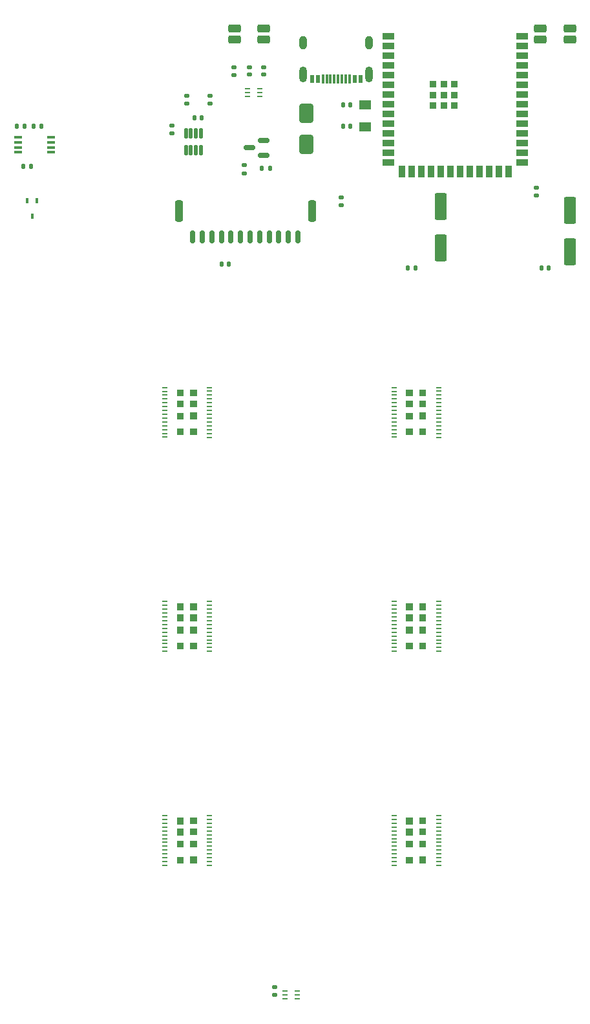
<source format=gbr>
%TF.GenerationSoftware,KiCad,Pcbnew,7.0.7*%
%TF.CreationDate,2023-10-30T22:19:44-06:00*%
%TF.ProjectId,bitaxeHex,62697461-7865-4486-9578-2e6b69636164,0.9*%
%TF.SameCoordinates,Original*%
%TF.FileFunction,Paste,Top*%
%TF.FilePolarity,Positive*%
%FSLAX46Y46*%
G04 Gerber Fmt 4.6, Leading zero omitted, Abs format (unit mm)*
G04 Created by KiCad (PCBNEW 7.0.7) date 2023-10-30 22:19:44*
%MOMM*%
%LPD*%
G01*
G04 APERTURE LIST*
G04 Aperture macros list*
%AMRoundRect*
0 Rectangle with rounded corners*
0 $1 Rounding radius*
0 $2 $3 $4 $5 $6 $7 $8 $9 X,Y pos of 4 corners*
0 Add a 4 corners polygon primitive as box body*
4,1,4,$2,$3,$4,$5,$6,$7,$8,$9,$2,$3,0*
0 Add four circle primitives for the rounded corners*
1,1,$1+$1,$2,$3*
1,1,$1+$1,$4,$5*
1,1,$1+$1,$6,$7*
1,1,$1+$1,$8,$9*
0 Add four rect primitives between the rounded corners*
20,1,$1+$1,$2,$3,$4,$5,0*
20,1,$1+$1,$4,$5,$6,$7,0*
20,1,$1+$1,$6,$7,$8,$9,0*
20,1,$1+$1,$8,$9,$2,$3,0*%
G04 Aperture macros list end*
%ADD10C,0.001000*%
%ADD11R,0.792000X0.221000*%
%ADD12RoundRect,0.120000X-0.120000X0.542500X-0.120000X-0.542500X0.120000X-0.542500X0.120000X0.542500X0*%
%ADD13RoundRect,0.140000X0.140000X0.170000X-0.140000X0.170000X-0.140000X-0.170000X0.140000X-0.170000X0*%
%ADD14RoundRect,0.135000X0.185000X-0.135000X0.185000X0.135000X-0.185000X0.135000X-0.185000X-0.135000X0*%
%ADD15RoundRect,0.140000X0.170000X-0.140000X0.170000X0.140000X-0.170000X0.140000X-0.170000X-0.140000X0*%
%ADD16R,1.600200X1.168400*%
%ADD17R,1.100000X0.400000*%
%ADD18RoundRect,0.140000X-0.140000X-0.170000X0.140000X-0.170000X0.140000X0.170000X-0.140000X0.170000X0*%
%ADD19RoundRect,0.150000X0.587500X0.150000X-0.587500X0.150000X-0.587500X-0.150000X0.587500X-0.150000X0*%
%ADD20RoundRect,0.262500X-0.562500X-0.262500X0.562500X-0.262500X0.562500X0.262500X-0.562500X0.262500X0*%
%ADD21RoundRect,0.135000X0.135000X0.185000X-0.135000X0.185000X-0.135000X-0.185000X0.135000X-0.185000X0*%
%ADD22RoundRect,0.250000X0.550000X-1.500000X0.550000X1.500000X-0.550000X1.500000X-0.550000X-1.500000X0*%
%ADD23RoundRect,0.135000X-0.185000X0.135000X-0.185000X-0.135000X0.185000X-0.135000X0.185000X0.135000X0*%
%ADD24R,0.450000X0.700000*%
%ADD25R,0.711200X0.228600*%
%ADD26R,1.500000X0.900000*%
%ADD27R,0.900000X1.500000*%
%ADD28R,0.900000X0.900000*%
%ADD29RoundRect,0.150000X-0.150000X-0.700000X0.150000X-0.700000X0.150000X0.700000X-0.150000X0.700000X0*%
%ADD30RoundRect,0.250000X-0.250000X-1.150000X0.250000X-1.150000X0.250000X1.150000X-0.250000X1.150000X0*%
%ADD31RoundRect,0.140000X-0.170000X0.140000X-0.170000X-0.140000X0.170000X-0.140000X0.170000X0.140000X0*%
%ADD32R,0.600000X1.060000*%
%ADD33R,0.300000X1.150000*%
%ADD34O,1.000000X2.100000*%
%ADD35O,1.000000X1.800000*%
%ADD36RoundRect,0.250000X0.650000X-1.000000X0.650000X1.000000X-0.650000X1.000000X-0.650000X-1.000000X0*%
G04 APERTURE END LIST*
D10*
%TO.C,U19*%
X109210000Y-127905000D02*
X108380000Y-127905000D01*
X108380000Y-127905000D02*
X108380000Y-127115000D01*
X108380000Y-127115000D02*
X109210000Y-127115000D01*
X109210000Y-127115000D02*
X109210000Y-127905000D01*
G36*
X109210000Y-127905000D02*
G01*
X108380000Y-127905000D01*
X108380000Y-127115000D01*
X109210000Y-127115000D01*
X109210000Y-127905000D01*
G37*
X109200000Y-125825000D02*
X108380000Y-125825000D01*
X108380000Y-125825000D02*
X108380000Y-125035000D01*
X108380000Y-125035000D02*
X109200000Y-125035000D01*
X109200000Y-125035000D02*
X109200000Y-125825000D01*
G36*
X109200000Y-125825000D02*
G01*
X108380000Y-125825000D01*
X108380000Y-125035000D01*
X109200000Y-125035000D01*
X109200000Y-125825000D01*
G37*
X109200000Y-122795000D02*
X108385000Y-122795000D01*
X108385000Y-122795000D02*
X108385000Y-122005000D01*
X108385000Y-122005000D02*
X109200000Y-122005000D01*
X109200000Y-122005000D02*
X109200000Y-122795000D01*
G36*
X109200000Y-122795000D02*
G01*
X108385000Y-122795000D01*
X108385000Y-122005000D01*
X109200000Y-122005000D01*
X109200000Y-122795000D01*
G37*
X109195000Y-124235000D02*
X108385000Y-124235000D01*
X108385000Y-124235000D02*
X108385000Y-123445000D01*
X108385000Y-123445000D02*
X109195000Y-123445000D01*
X109195000Y-123445000D02*
X109195000Y-124235000D01*
G36*
X109195000Y-124235000D02*
G01*
X108385000Y-124235000D01*
X108385000Y-123445000D01*
X109195000Y-123445000D01*
X109195000Y-124235000D01*
G37*
X107450000Y-127910000D02*
X106670000Y-127910000D01*
X106670000Y-127910000D02*
X106670000Y-127120000D01*
X106670000Y-127120000D02*
X107450000Y-127120000D01*
X107450000Y-127120000D02*
X107450000Y-127910000D01*
G36*
X107450000Y-127910000D02*
G01*
X106670000Y-127910000D01*
X106670000Y-127120000D01*
X107450000Y-127120000D01*
X107450000Y-127910000D01*
G37*
X107450000Y-124240000D02*
X106660000Y-124240000D01*
X106660000Y-124240000D02*
X106660000Y-123450000D01*
X106660000Y-123450000D02*
X107450000Y-123450000D01*
X107450000Y-123450000D02*
X107450000Y-124240000D01*
G36*
X107450000Y-124240000D02*
G01*
X106660000Y-124240000D01*
X106660000Y-123450000D01*
X107450000Y-123450000D01*
X107450000Y-124240000D01*
G37*
X107450000Y-122800000D02*
X106660000Y-122800000D01*
X106660000Y-122800000D02*
X106660000Y-122010000D01*
X106660000Y-122010000D02*
X107450000Y-122010000D01*
X107450000Y-122010000D02*
X107450000Y-122800000D01*
G36*
X107450000Y-122800000D02*
G01*
X106660000Y-122800000D01*
X106660000Y-122010000D01*
X107450000Y-122010000D01*
X107450000Y-122800000D01*
G37*
X107440000Y-125830000D02*
X106670000Y-125830000D01*
X106670000Y-125830000D02*
X106670000Y-125040000D01*
X106670000Y-125040000D02*
X107440000Y-125040000D01*
X107440000Y-125040000D02*
X107440000Y-125830000D01*
G36*
X107440000Y-125830000D02*
G01*
X106670000Y-125830000D01*
X106670000Y-125040000D01*
X107440000Y-125040000D01*
X107440000Y-125830000D01*
G37*
%TO.C,U22*%
X79210000Y-127905000D02*
X78380000Y-127905000D01*
X78380000Y-127905000D02*
X78380000Y-127115000D01*
X78380000Y-127115000D02*
X79210000Y-127115000D01*
X79210000Y-127115000D02*
X79210000Y-127905000D01*
G36*
X79210000Y-127905000D02*
G01*
X78380000Y-127905000D01*
X78380000Y-127115000D01*
X79210000Y-127115000D01*
X79210000Y-127905000D01*
G37*
X79200000Y-125825000D02*
X78380000Y-125825000D01*
X78380000Y-125825000D02*
X78380000Y-125035000D01*
X78380000Y-125035000D02*
X79200000Y-125035000D01*
X79200000Y-125035000D02*
X79200000Y-125825000D01*
G36*
X79200000Y-125825000D02*
G01*
X78380000Y-125825000D01*
X78380000Y-125035000D01*
X79200000Y-125035000D01*
X79200000Y-125825000D01*
G37*
X79200000Y-122795000D02*
X78385000Y-122795000D01*
X78385000Y-122795000D02*
X78385000Y-122005000D01*
X78385000Y-122005000D02*
X79200000Y-122005000D01*
X79200000Y-122005000D02*
X79200000Y-122795000D01*
G36*
X79200000Y-122795000D02*
G01*
X78385000Y-122795000D01*
X78385000Y-122005000D01*
X79200000Y-122005000D01*
X79200000Y-122795000D01*
G37*
X79195000Y-124235000D02*
X78385000Y-124235000D01*
X78385000Y-124235000D02*
X78385000Y-123445000D01*
X78385000Y-123445000D02*
X79195000Y-123445000D01*
X79195000Y-123445000D02*
X79195000Y-124235000D01*
G36*
X79195000Y-124235000D02*
G01*
X78385000Y-124235000D01*
X78385000Y-123445000D01*
X79195000Y-123445000D01*
X79195000Y-124235000D01*
G37*
X77450000Y-127910000D02*
X76670000Y-127910000D01*
X76670000Y-127910000D02*
X76670000Y-127120000D01*
X76670000Y-127120000D02*
X77450000Y-127120000D01*
X77450000Y-127120000D02*
X77450000Y-127910000D01*
G36*
X77450000Y-127910000D02*
G01*
X76670000Y-127910000D01*
X76670000Y-127120000D01*
X77450000Y-127120000D01*
X77450000Y-127910000D01*
G37*
X77450000Y-124240000D02*
X76660000Y-124240000D01*
X76660000Y-124240000D02*
X76660000Y-123450000D01*
X76660000Y-123450000D02*
X77450000Y-123450000D01*
X77450000Y-123450000D02*
X77450000Y-124240000D01*
G36*
X77450000Y-124240000D02*
G01*
X76660000Y-124240000D01*
X76660000Y-123450000D01*
X77450000Y-123450000D01*
X77450000Y-124240000D01*
G37*
X77450000Y-122800000D02*
X76660000Y-122800000D01*
X76660000Y-122800000D02*
X76660000Y-122010000D01*
X76660000Y-122010000D02*
X77450000Y-122010000D01*
X77450000Y-122010000D02*
X77450000Y-122800000D01*
G36*
X77450000Y-122800000D02*
G01*
X76660000Y-122800000D01*
X76660000Y-122010000D01*
X77450000Y-122010000D01*
X77450000Y-122800000D01*
G37*
X77440000Y-125830000D02*
X76670000Y-125830000D01*
X76670000Y-125830000D02*
X76670000Y-125040000D01*
X76670000Y-125040000D02*
X77440000Y-125040000D01*
X77440000Y-125040000D02*
X77440000Y-125830000D01*
G36*
X77440000Y-125830000D02*
G01*
X76670000Y-125830000D01*
X76670000Y-125040000D01*
X77440000Y-125040000D01*
X77440000Y-125830000D01*
G37*
%TO.C,U27*%
X79210000Y-155905000D02*
X78380000Y-155905000D01*
X78380000Y-155905000D02*
X78380000Y-155115000D01*
X78380000Y-155115000D02*
X79210000Y-155115000D01*
X79210000Y-155115000D02*
X79210000Y-155905000D01*
G36*
X79210000Y-155905000D02*
G01*
X78380000Y-155905000D01*
X78380000Y-155115000D01*
X79210000Y-155115000D01*
X79210000Y-155905000D01*
G37*
X79200000Y-153825000D02*
X78380000Y-153825000D01*
X78380000Y-153825000D02*
X78380000Y-153035000D01*
X78380000Y-153035000D02*
X79200000Y-153035000D01*
X79200000Y-153035000D02*
X79200000Y-153825000D01*
G36*
X79200000Y-153825000D02*
G01*
X78380000Y-153825000D01*
X78380000Y-153035000D01*
X79200000Y-153035000D01*
X79200000Y-153825000D01*
G37*
X79200000Y-150795000D02*
X78385000Y-150795000D01*
X78385000Y-150795000D02*
X78385000Y-150005000D01*
X78385000Y-150005000D02*
X79200000Y-150005000D01*
X79200000Y-150005000D02*
X79200000Y-150795000D01*
G36*
X79200000Y-150795000D02*
G01*
X78385000Y-150795000D01*
X78385000Y-150005000D01*
X79200000Y-150005000D01*
X79200000Y-150795000D01*
G37*
X79195000Y-152235000D02*
X78385000Y-152235000D01*
X78385000Y-152235000D02*
X78385000Y-151445000D01*
X78385000Y-151445000D02*
X79195000Y-151445000D01*
X79195000Y-151445000D02*
X79195000Y-152235000D01*
G36*
X79195000Y-152235000D02*
G01*
X78385000Y-152235000D01*
X78385000Y-151445000D01*
X79195000Y-151445000D01*
X79195000Y-152235000D01*
G37*
X77450000Y-155910000D02*
X76670000Y-155910000D01*
X76670000Y-155910000D02*
X76670000Y-155120000D01*
X76670000Y-155120000D02*
X77450000Y-155120000D01*
X77450000Y-155120000D02*
X77450000Y-155910000D01*
G36*
X77450000Y-155910000D02*
G01*
X76670000Y-155910000D01*
X76670000Y-155120000D01*
X77450000Y-155120000D01*
X77450000Y-155910000D01*
G37*
X77450000Y-152240000D02*
X76660000Y-152240000D01*
X76660000Y-152240000D02*
X76660000Y-151450000D01*
X76660000Y-151450000D02*
X77450000Y-151450000D01*
X77450000Y-151450000D02*
X77450000Y-152240000D01*
G36*
X77450000Y-152240000D02*
G01*
X76660000Y-152240000D01*
X76660000Y-151450000D01*
X77450000Y-151450000D01*
X77450000Y-152240000D01*
G37*
X77450000Y-150800000D02*
X76660000Y-150800000D01*
X76660000Y-150800000D02*
X76660000Y-150010000D01*
X76660000Y-150010000D02*
X77450000Y-150010000D01*
X77450000Y-150010000D02*
X77450000Y-150800000D01*
G36*
X77450000Y-150800000D02*
G01*
X76660000Y-150800000D01*
X76660000Y-150010000D01*
X77450000Y-150010000D01*
X77450000Y-150800000D01*
G37*
X77440000Y-153830000D02*
X76670000Y-153830000D01*
X76670000Y-153830000D02*
X76670000Y-153040000D01*
X76670000Y-153040000D02*
X77440000Y-153040000D01*
X77440000Y-153040000D02*
X77440000Y-153830000D01*
G36*
X77440000Y-153830000D02*
G01*
X76670000Y-153830000D01*
X76670000Y-153040000D01*
X77440000Y-153040000D01*
X77440000Y-153830000D01*
G37*
%TO.C,U24*%
X109210000Y-155905000D02*
X108380000Y-155905000D01*
X108380000Y-155905000D02*
X108380000Y-155115000D01*
X108380000Y-155115000D02*
X109210000Y-155115000D01*
X109210000Y-155115000D02*
X109210000Y-155905000D01*
G36*
X109210000Y-155905000D02*
G01*
X108380000Y-155905000D01*
X108380000Y-155115000D01*
X109210000Y-155115000D01*
X109210000Y-155905000D01*
G37*
X109200000Y-153825000D02*
X108380000Y-153825000D01*
X108380000Y-153825000D02*
X108380000Y-153035000D01*
X108380000Y-153035000D02*
X109200000Y-153035000D01*
X109200000Y-153035000D02*
X109200000Y-153825000D01*
G36*
X109200000Y-153825000D02*
G01*
X108380000Y-153825000D01*
X108380000Y-153035000D01*
X109200000Y-153035000D01*
X109200000Y-153825000D01*
G37*
X109200000Y-150795000D02*
X108385000Y-150795000D01*
X108385000Y-150795000D02*
X108385000Y-150005000D01*
X108385000Y-150005000D02*
X109200000Y-150005000D01*
X109200000Y-150005000D02*
X109200000Y-150795000D01*
G36*
X109200000Y-150795000D02*
G01*
X108385000Y-150795000D01*
X108385000Y-150005000D01*
X109200000Y-150005000D01*
X109200000Y-150795000D01*
G37*
X109195000Y-152235000D02*
X108385000Y-152235000D01*
X108385000Y-152235000D02*
X108385000Y-151445000D01*
X108385000Y-151445000D02*
X109195000Y-151445000D01*
X109195000Y-151445000D02*
X109195000Y-152235000D01*
G36*
X109195000Y-152235000D02*
G01*
X108385000Y-152235000D01*
X108385000Y-151445000D01*
X109195000Y-151445000D01*
X109195000Y-152235000D01*
G37*
X107450000Y-155910000D02*
X106670000Y-155910000D01*
X106670000Y-155910000D02*
X106670000Y-155120000D01*
X106670000Y-155120000D02*
X107450000Y-155120000D01*
X107450000Y-155120000D02*
X107450000Y-155910000D01*
G36*
X107450000Y-155910000D02*
G01*
X106670000Y-155910000D01*
X106670000Y-155120000D01*
X107450000Y-155120000D01*
X107450000Y-155910000D01*
G37*
X107450000Y-152240000D02*
X106660000Y-152240000D01*
X106660000Y-152240000D02*
X106660000Y-151450000D01*
X106660000Y-151450000D02*
X107450000Y-151450000D01*
X107450000Y-151450000D02*
X107450000Y-152240000D01*
G36*
X107450000Y-152240000D02*
G01*
X106660000Y-152240000D01*
X106660000Y-151450000D01*
X107450000Y-151450000D01*
X107450000Y-152240000D01*
G37*
X107450000Y-150800000D02*
X106660000Y-150800000D01*
X106660000Y-150800000D02*
X106660000Y-150010000D01*
X106660000Y-150010000D02*
X107450000Y-150010000D01*
X107450000Y-150010000D02*
X107450000Y-150800000D01*
G36*
X107450000Y-150800000D02*
G01*
X106660000Y-150800000D01*
X106660000Y-150010000D01*
X107450000Y-150010000D01*
X107450000Y-150800000D01*
G37*
X107440000Y-153830000D02*
X106670000Y-153830000D01*
X106670000Y-153830000D02*
X106670000Y-153040000D01*
X106670000Y-153040000D02*
X107440000Y-153040000D01*
X107440000Y-153040000D02*
X107440000Y-153830000D01*
G36*
X107440000Y-153830000D02*
G01*
X106670000Y-153830000D01*
X106670000Y-153040000D01*
X107440000Y-153040000D01*
X107440000Y-153830000D01*
G37*
%TO.C,U16*%
X79210000Y-99905000D02*
X78380000Y-99905000D01*
X78380000Y-99905000D02*
X78380000Y-99115000D01*
X78380000Y-99115000D02*
X79210000Y-99115000D01*
X79210000Y-99115000D02*
X79210000Y-99905000D01*
G36*
X79210000Y-99905000D02*
G01*
X78380000Y-99905000D01*
X78380000Y-99115000D01*
X79210000Y-99115000D01*
X79210000Y-99905000D01*
G37*
X79200000Y-97825000D02*
X78380000Y-97825000D01*
X78380000Y-97825000D02*
X78380000Y-97035000D01*
X78380000Y-97035000D02*
X79200000Y-97035000D01*
X79200000Y-97035000D02*
X79200000Y-97825000D01*
G36*
X79200000Y-97825000D02*
G01*
X78380000Y-97825000D01*
X78380000Y-97035000D01*
X79200000Y-97035000D01*
X79200000Y-97825000D01*
G37*
X79200000Y-94795000D02*
X78385000Y-94795000D01*
X78385000Y-94795000D02*
X78385000Y-94005000D01*
X78385000Y-94005000D02*
X79200000Y-94005000D01*
X79200000Y-94005000D02*
X79200000Y-94795000D01*
G36*
X79200000Y-94795000D02*
G01*
X78385000Y-94795000D01*
X78385000Y-94005000D01*
X79200000Y-94005000D01*
X79200000Y-94795000D01*
G37*
X79195000Y-96235000D02*
X78385000Y-96235000D01*
X78385000Y-96235000D02*
X78385000Y-95445000D01*
X78385000Y-95445000D02*
X79195000Y-95445000D01*
X79195000Y-95445000D02*
X79195000Y-96235000D01*
G36*
X79195000Y-96235000D02*
G01*
X78385000Y-96235000D01*
X78385000Y-95445000D01*
X79195000Y-95445000D01*
X79195000Y-96235000D01*
G37*
X77450000Y-99910000D02*
X76670000Y-99910000D01*
X76670000Y-99910000D02*
X76670000Y-99120000D01*
X76670000Y-99120000D02*
X77450000Y-99120000D01*
X77450000Y-99120000D02*
X77450000Y-99910000D01*
G36*
X77450000Y-99910000D02*
G01*
X76670000Y-99910000D01*
X76670000Y-99120000D01*
X77450000Y-99120000D01*
X77450000Y-99910000D01*
G37*
X77450000Y-96240000D02*
X76660000Y-96240000D01*
X76660000Y-96240000D02*
X76660000Y-95450000D01*
X76660000Y-95450000D02*
X77450000Y-95450000D01*
X77450000Y-95450000D02*
X77450000Y-96240000D01*
G36*
X77450000Y-96240000D02*
G01*
X76660000Y-96240000D01*
X76660000Y-95450000D01*
X77450000Y-95450000D01*
X77450000Y-96240000D01*
G37*
X77450000Y-94800000D02*
X76660000Y-94800000D01*
X76660000Y-94800000D02*
X76660000Y-94010000D01*
X76660000Y-94010000D02*
X77450000Y-94010000D01*
X77450000Y-94010000D02*
X77450000Y-94800000D01*
G36*
X77450000Y-94800000D02*
G01*
X76660000Y-94800000D01*
X76660000Y-94010000D01*
X77450000Y-94010000D01*
X77450000Y-94800000D01*
G37*
X77440000Y-97830000D02*
X76670000Y-97830000D01*
X76670000Y-97830000D02*
X76670000Y-97040000D01*
X76670000Y-97040000D02*
X77440000Y-97040000D01*
X77440000Y-97040000D02*
X77440000Y-97830000D01*
G36*
X77440000Y-97830000D02*
G01*
X76670000Y-97830000D01*
X76670000Y-97040000D01*
X77440000Y-97040000D01*
X77440000Y-97830000D01*
G37*
%TO.C,U13*%
X109210000Y-99905000D02*
X108380000Y-99905000D01*
X108380000Y-99905000D02*
X108380000Y-99115000D01*
X108380000Y-99115000D02*
X109210000Y-99115000D01*
X109210000Y-99115000D02*
X109210000Y-99905000D01*
G36*
X109210000Y-99905000D02*
G01*
X108380000Y-99905000D01*
X108380000Y-99115000D01*
X109210000Y-99115000D01*
X109210000Y-99905000D01*
G37*
X109200000Y-97825000D02*
X108380000Y-97825000D01*
X108380000Y-97825000D02*
X108380000Y-97035000D01*
X108380000Y-97035000D02*
X109200000Y-97035000D01*
X109200000Y-97035000D02*
X109200000Y-97825000D01*
G36*
X109200000Y-97825000D02*
G01*
X108380000Y-97825000D01*
X108380000Y-97035000D01*
X109200000Y-97035000D01*
X109200000Y-97825000D01*
G37*
X109200000Y-94795000D02*
X108385000Y-94795000D01*
X108385000Y-94795000D02*
X108385000Y-94005000D01*
X108385000Y-94005000D02*
X109200000Y-94005000D01*
X109200000Y-94005000D02*
X109200000Y-94795000D01*
G36*
X109200000Y-94795000D02*
G01*
X108385000Y-94795000D01*
X108385000Y-94005000D01*
X109200000Y-94005000D01*
X109200000Y-94795000D01*
G37*
X109195000Y-96235000D02*
X108385000Y-96235000D01*
X108385000Y-96235000D02*
X108385000Y-95445000D01*
X108385000Y-95445000D02*
X109195000Y-95445000D01*
X109195000Y-95445000D02*
X109195000Y-96235000D01*
G36*
X109195000Y-96235000D02*
G01*
X108385000Y-96235000D01*
X108385000Y-95445000D01*
X109195000Y-95445000D01*
X109195000Y-96235000D01*
G37*
X107450000Y-99910000D02*
X106670000Y-99910000D01*
X106670000Y-99910000D02*
X106670000Y-99120000D01*
X106670000Y-99120000D02*
X107450000Y-99120000D01*
X107450000Y-99120000D02*
X107450000Y-99910000D01*
G36*
X107450000Y-99910000D02*
G01*
X106670000Y-99910000D01*
X106670000Y-99120000D01*
X107450000Y-99120000D01*
X107450000Y-99910000D01*
G37*
X107450000Y-96240000D02*
X106660000Y-96240000D01*
X106660000Y-96240000D02*
X106660000Y-95450000D01*
X106660000Y-95450000D02*
X107450000Y-95450000D01*
X107450000Y-95450000D02*
X107450000Y-96240000D01*
G36*
X107450000Y-96240000D02*
G01*
X106660000Y-96240000D01*
X106660000Y-95450000D01*
X107450000Y-95450000D01*
X107450000Y-96240000D01*
G37*
X107450000Y-94800000D02*
X106660000Y-94800000D01*
X106660000Y-94800000D02*
X106660000Y-94010000D01*
X106660000Y-94010000D02*
X107450000Y-94010000D01*
X107450000Y-94010000D02*
X107450000Y-94800000D01*
G36*
X107450000Y-94800000D02*
G01*
X106660000Y-94800000D01*
X106660000Y-94010000D01*
X107450000Y-94010000D01*
X107450000Y-94800000D01*
G37*
X107440000Y-97830000D02*
X106670000Y-97830000D01*
X106670000Y-97830000D02*
X106670000Y-97040000D01*
X106670000Y-97040000D02*
X107440000Y-97040000D01*
X107440000Y-97040000D02*
X107440000Y-97830000D01*
G36*
X107440000Y-97830000D02*
G01*
X106670000Y-97830000D01*
X106670000Y-97040000D01*
X107440000Y-97040000D01*
X107440000Y-97830000D01*
G37*
%TD*%
D11*
%TO.C,U19*%
X110916000Y-128263000D03*
X110916000Y-127761000D03*
X110916000Y-127259000D03*
X110916000Y-126757000D03*
X110916000Y-126255000D03*
X110916000Y-125753000D03*
X110916000Y-125251000D03*
X110916000Y-124749000D03*
X110916000Y-124247000D03*
X110916000Y-123745000D03*
X110916000Y-123243000D03*
X110916000Y-122741000D03*
X110916000Y-122239000D03*
X110916000Y-121737000D03*
X105084000Y-121750000D03*
X105084000Y-122250000D03*
X105084000Y-122750000D03*
X105084000Y-123250000D03*
X105084000Y-123750000D03*
X105084000Y-124247000D03*
X105084000Y-124750000D03*
X105084000Y-125251000D03*
X105084000Y-125753000D03*
X105084000Y-126255000D03*
X105084000Y-126757000D03*
X105084000Y-127250000D03*
X105084000Y-127761000D03*
X105084000Y-128250000D03*
%TD*%
D12*
%TO.C,U3*%
X79775000Y-60462500D03*
X79125000Y-60462500D03*
X78475000Y-60462500D03*
X77825000Y-60462500D03*
X77825000Y-62737500D03*
X78475000Y-62737500D03*
X79125000Y-62737500D03*
X79775000Y-62737500D03*
%TD*%
D13*
%TO.C,C37*%
X125380000Y-78100000D03*
X124420000Y-78100000D03*
%TD*%
D11*
%TO.C,U22*%
X80916000Y-128263000D03*
X80916000Y-127761000D03*
X80916000Y-127259000D03*
X80916000Y-126757000D03*
X80916000Y-126255000D03*
X80916000Y-125753000D03*
X80916000Y-125251000D03*
X80916000Y-124749000D03*
X80916000Y-124247000D03*
X80916000Y-123745000D03*
X80916000Y-123243000D03*
X80916000Y-122741000D03*
X80916000Y-122239000D03*
X80916000Y-121737000D03*
X75084000Y-121750000D03*
X75084000Y-122250000D03*
X75084000Y-122750000D03*
X75084000Y-123250000D03*
X75084000Y-123750000D03*
X75084000Y-124247000D03*
X75084000Y-124750000D03*
X75084000Y-125251000D03*
X75084000Y-125753000D03*
X75084000Y-126255000D03*
X75084000Y-126757000D03*
X75084000Y-127250000D03*
X75084000Y-127761000D03*
X75084000Y-128250000D03*
%TD*%
D14*
%TO.C,R13*%
X84120000Y-52850000D03*
X84120000Y-51830000D03*
%TD*%
D15*
%TO.C,C32*%
X86180000Y-52820000D03*
X86180000Y-51860000D03*
%TD*%
D16*
%TO.C,Y1*%
X101300000Y-56777600D03*
X101300000Y-59622400D03*
%TD*%
D17*
%TO.C,U6*%
X60150000Y-62975000D03*
X60150000Y-62325000D03*
X60150000Y-61675000D03*
X60150000Y-61025000D03*
X55850000Y-61025000D03*
X55850000Y-61675000D03*
X55850000Y-62325000D03*
X55850000Y-62975000D03*
%TD*%
D18*
%TO.C,C28*%
X82470000Y-77600000D03*
X83430000Y-77600000D03*
%TD*%
D14*
%TO.C,R21*%
X123700000Y-68610000D03*
X123700000Y-67590000D03*
%TD*%
D19*
%TO.C,Q5*%
X88000000Y-63350000D03*
X88000000Y-61450000D03*
X86125000Y-62400000D03*
%TD*%
D13*
%TO.C,C4*%
X79880000Y-58500000D03*
X78920000Y-58500000D03*
%TD*%
D20*
%TO.C,SW2*%
X124275000Y-46775000D03*
X128125000Y-46775000D03*
X124275000Y-48225000D03*
X128125000Y-48225000D03*
%TD*%
D13*
%TO.C,C29*%
X99380000Y-56800000D03*
X98420000Y-56800000D03*
%TD*%
D11*
%TO.C,U27*%
X80916000Y-156263000D03*
X80916000Y-155761000D03*
X80916000Y-155259000D03*
X80916000Y-154757000D03*
X80916000Y-154255000D03*
X80916000Y-153753000D03*
X80916000Y-153251000D03*
X80916000Y-152749000D03*
X80916000Y-152247000D03*
X80916000Y-151745000D03*
X80916000Y-151243000D03*
X80916000Y-150741000D03*
X80916000Y-150239000D03*
X80916000Y-149737000D03*
X75084000Y-149750000D03*
X75084000Y-150250000D03*
X75084000Y-150750000D03*
X75084000Y-151250000D03*
X75084000Y-151750000D03*
X75084000Y-152247000D03*
X75084000Y-152750000D03*
X75084000Y-153251000D03*
X75084000Y-153753000D03*
X75084000Y-154255000D03*
X75084000Y-154757000D03*
X75084000Y-155250000D03*
X75084000Y-155761000D03*
X75084000Y-156250000D03*
%TD*%
D21*
%TO.C,R16*%
X88810000Y-65100000D03*
X87790000Y-65100000D03*
%TD*%
D22*
%TO.C,C34*%
X111200000Y-75500000D03*
X111200000Y-70100000D03*
%TD*%
D20*
%TO.C,SW1*%
X84175000Y-46775000D03*
X88025000Y-46775000D03*
X84175000Y-48225000D03*
X88025000Y-48225000D03*
%TD*%
D15*
%TO.C,C33*%
X89400000Y-173180000D03*
X89400000Y-172220000D03*
%TD*%
D11*
%TO.C,U24*%
X110916000Y-156263000D03*
X110916000Y-155761000D03*
X110916000Y-155259000D03*
X110916000Y-154757000D03*
X110916000Y-154255000D03*
X110916000Y-153753000D03*
X110916000Y-153251000D03*
X110916000Y-152749000D03*
X110916000Y-152247000D03*
X110916000Y-151745000D03*
X110916000Y-151243000D03*
X110916000Y-150741000D03*
X110916000Y-150239000D03*
X110916000Y-149737000D03*
X105084000Y-149750000D03*
X105084000Y-150250000D03*
X105084000Y-150750000D03*
X105084000Y-151250000D03*
X105084000Y-151750000D03*
X105084000Y-152247000D03*
X105084000Y-152750000D03*
X105084000Y-153251000D03*
X105084000Y-153753000D03*
X105084000Y-154255000D03*
X105084000Y-154757000D03*
X105084000Y-155250000D03*
X105084000Y-155761000D03*
X105084000Y-156250000D03*
%TD*%
D18*
%TO.C,C18*%
X56520000Y-64800000D03*
X57480000Y-64800000D03*
%TD*%
D23*
%TO.C,R3*%
X77900000Y-55590000D03*
X77900000Y-56610000D03*
%TD*%
D24*
%TO.C,Q6*%
X58320000Y-69320000D03*
X57020000Y-69320000D03*
X57670000Y-71320000D03*
%TD*%
D13*
%TO.C,C30*%
X99380000Y-59600000D03*
X98420000Y-59600000D03*
%TD*%
D14*
%TO.C,R15*%
X85500000Y-65710000D03*
X85500000Y-64690000D03*
%TD*%
D21*
%TO.C,R11*%
X56710000Y-59600000D03*
X55690000Y-59600000D03*
%TD*%
D15*
%TO.C,C11*%
X76000000Y-60480000D03*
X76000000Y-59520000D03*
%TD*%
D25*
%TO.C,U10*%
X87500100Y-55699999D03*
X87500100Y-55200000D03*
X87500100Y-54700001D03*
X85899900Y-54700001D03*
X85899900Y-55200000D03*
X85899900Y-55699999D03*
%TD*%
D13*
%TO.C,C36*%
X107880000Y-78100000D03*
X106920000Y-78100000D03*
%TD*%
D11*
%TO.C,U16*%
X80916000Y-100263000D03*
X80916000Y-99761000D03*
X80916000Y-99259000D03*
X80916000Y-98757000D03*
X80916000Y-98255000D03*
X80916000Y-97753000D03*
X80916000Y-97251000D03*
X80916000Y-96749000D03*
X80916000Y-96247000D03*
X80916000Y-95745000D03*
X80916000Y-95243000D03*
X80916000Y-94741000D03*
X80916000Y-94239000D03*
X80916000Y-93737000D03*
X75084000Y-93750000D03*
X75084000Y-94250000D03*
X75084000Y-94750000D03*
X75084000Y-95250000D03*
X75084000Y-95750000D03*
X75084000Y-96247000D03*
X75084000Y-96750000D03*
X75084000Y-97251000D03*
X75084000Y-97753000D03*
X75084000Y-98255000D03*
X75084000Y-98757000D03*
X75084000Y-99250000D03*
X75084000Y-99761000D03*
X75084000Y-100250000D03*
%TD*%
D26*
%TO.C,U9*%
X104350000Y-47780000D03*
X104350000Y-49050000D03*
X104350000Y-50320000D03*
X104350000Y-51590000D03*
X104350000Y-52860000D03*
X104350000Y-54130000D03*
X104350000Y-55400000D03*
X104350000Y-56670000D03*
X104350000Y-57940000D03*
X104350000Y-59210000D03*
X104350000Y-60480000D03*
X104350000Y-61750000D03*
X104350000Y-63020000D03*
X104350000Y-64290000D03*
D27*
X106115000Y-65540000D03*
X107385000Y-65540000D03*
X108655000Y-65540000D03*
X109925000Y-65540000D03*
X111195000Y-65540000D03*
X112465000Y-65540000D03*
X113735000Y-65540000D03*
X115005000Y-65540000D03*
X116275000Y-65540000D03*
X117545000Y-65540000D03*
X118815000Y-65540000D03*
X120085000Y-65540000D03*
D26*
X121850000Y-64290000D03*
X121850000Y-63020000D03*
X121850000Y-61750000D03*
X121850000Y-60480000D03*
X121850000Y-59210000D03*
X121850000Y-57940000D03*
X121850000Y-56670000D03*
X121850000Y-55400000D03*
X121850000Y-54130000D03*
X121850000Y-52860000D03*
X121850000Y-51590000D03*
X121850000Y-50320000D03*
X121850000Y-49050000D03*
X121850000Y-47780000D03*
D28*
X110200000Y-54100000D03*
X110200000Y-55500000D03*
X110200000Y-56900000D03*
X111600000Y-54100000D03*
X111600000Y-55500000D03*
X111600000Y-56900000D03*
X113000000Y-54100000D03*
X113000000Y-55500000D03*
X113000000Y-56900000D03*
%TD*%
D29*
%TO.C,J8*%
X78725000Y-74050000D03*
X79975000Y-74050000D03*
X81225000Y-74050000D03*
X82475000Y-74050000D03*
X83725000Y-74050000D03*
X84975000Y-74050000D03*
X86225000Y-74050000D03*
X87475000Y-74050000D03*
X88725000Y-74050000D03*
X89975000Y-74050000D03*
X91225000Y-74050000D03*
X92475000Y-74050000D03*
D30*
X76875000Y-70700000D03*
X94325000Y-70700000D03*
%TD*%
D25*
%TO.C,U11*%
X92400100Y-173699999D03*
X92400100Y-173200000D03*
X92400100Y-172700001D03*
X90799900Y-172700001D03*
X90799900Y-173200000D03*
X90799900Y-173699999D03*
%TD*%
D31*
%TO.C,C24*%
X88040000Y-51870000D03*
X88040000Y-52830000D03*
%TD*%
D32*
%TO.C,J4*%
X100710000Y-53420000D03*
X99910000Y-53420000D03*
D33*
X98760000Y-53375000D03*
X97760000Y-53375000D03*
X97260000Y-53375000D03*
X96260000Y-53375000D03*
D32*
X95110000Y-53420000D03*
X94310000Y-53420000D03*
X94310000Y-53420000D03*
X95110000Y-53420000D03*
D33*
X95760000Y-53375000D03*
X96760000Y-53375000D03*
X98260000Y-53375000D03*
X99260000Y-53375000D03*
D32*
X99910000Y-53420000D03*
X100710000Y-53420000D03*
D34*
X101830000Y-52800000D03*
D35*
X101830000Y-48620000D03*
D34*
X93190000Y-52800000D03*
D35*
X93190000Y-48620000D03*
%TD*%
D21*
%TO.C,R12*%
X58910000Y-59600000D03*
X57890000Y-59600000D03*
%TD*%
D22*
%TO.C,C35*%
X128100000Y-76000000D03*
X128100000Y-70600000D03*
%TD*%
D23*
%TO.C,R2*%
X81000000Y-55590000D03*
X81000000Y-56610000D03*
%TD*%
D36*
%TO.C,D1*%
X93600000Y-61900000D03*
X93600000Y-57900000D03*
%TD*%
D14*
%TO.C,R20*%
X98200000Y-69910000D03*
X98200000Y-68890000D03*
%TD*%
D11*
%TO.C,U13*%
X110916000Y-100263000D03*
X110916000Y-99761000D03*
X110916000Y-99259000D03*
X110916000Y-98757000D03*
X110916000Y-98255000D03*
X110916000Y-97753000D03*
X110916000Y-97251000D03*
X110916000Y-96749000D03*
X110916000Y-96247000D03*
X110916000Y-95745000D03*
X110916000Y-95243000D03*
X110916000Y-94741000D03*
X110916000Y-94239000D03*
X110916000Y-93737000D03*
X105084000Y-93750000D03*
X105084000Y-94250000D03*
X105084000Y-94750000D03*
X105084000Y-95250000D03*
X105084000Y-95750000D03*
X105084000Y-96247000D03*
X105084000Y-96750000D03*
X105084000Y-97251000D03*
X105084000Y-97753000D03*
X105084000Y-98255000D03*
X105084000Y-98757000D03*
X105084000Y-99250000D03*
X105084000Y-99761000D03*
X105084000Y-100250000D03*
%TD*%
M02*

</source>
